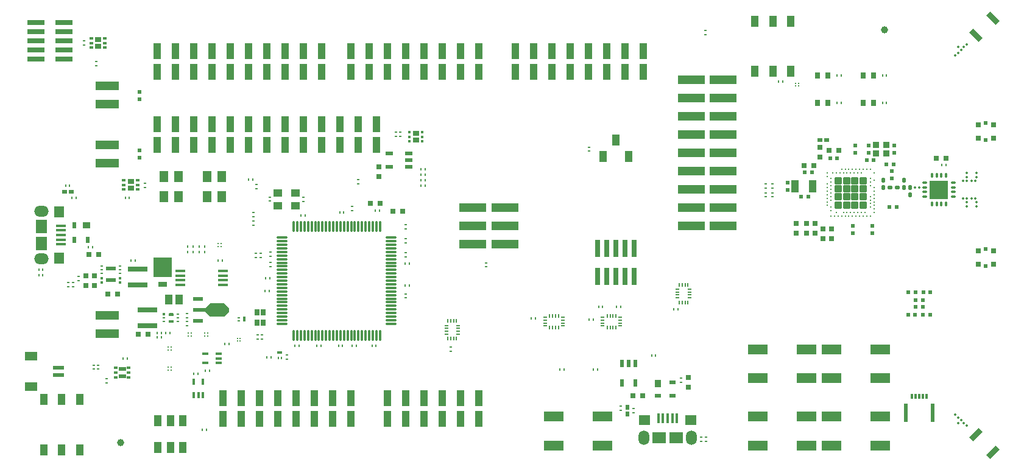
<source format=gtp>
G04*
G04 #@! TF.GenerationSoftware,Altium Limited,Altium Designer,21.3.2 (30)*
G04*
G04 Layer_Color=8421504*
%FSLAX24Y24*%
%MOIN*%
G70*
G04*
G04 #@! TF.SameCoordinates,DEC0B546-127E-4CDD-B314-4E0B8DF39A68*
G04*
G04*
G04 #@! TF.FilePolarity,Positive*
G04*
G01*
G75*
%ADD35O,0.0787X0.0591*%
G04:AMPARAMS|DCode=36|XSize=37mil|YSize=37mil|CornerRadius=2.8mil|HoleSize=0mil|Usage=FLASHONLY|Rotation=180.000|XOffset=0mil|YOffset=0mil|HoleType=Round|Shape=RoundedRectangle|*
%AMROUNDEDRECTD36*
21,1,0.0370,0.0315,0,0,180.0*
21,1,0.0315,0.0370,0,0,180.0*
1,1,0.0056,-0.0157,0.0157*
1,1,0.0056,0.0157,0.0157*
1,1,0.0056,0.0157,-0.0157*
1,1,0.0056,-0.0157,-0.0157*
%
%ADD36ROUNDEDRECTD36*%
%ADD37O,0.0591X0.0787*%
%ADD38R,0.0138X0.0098*%
%ADD39R,0.0138X0.0138*%
%ADD40R,0.0315X0.0118*%
%ADD41R,0.0197X0.0148*%
%ADD42R,0.0551X0.0197*%
%ADD43R,0.0138X0.0098*%
%ADD44R,0.0138X0.0118*%
G04:AMPARAMS|DCode=45|XSize=11.8mil|YSize=10.6mil|CornerRadius=2.7mil|HoleSize=0mil|Usage=FLASHONLY|Rotation=90.000|XOffset=0mil|YOffset=0mil|HoleType=Round|Shape=RoundedRectangle|*
%AMROUNDEDRECTD45*
21,1,0.0118,0.0053,0,0,90.0*
21,1,0.0065,0.0106,0,0,90.0*
1,1,0.0053,0.0027,0.0032*
1,1,0.0053,0.0027,-0.0032*
1,1,0.0053,-0.0027,-0.0032*
1,1,0.0053,-0.0027,0.0032*
%
%ADD45ROUNDEDRECTD45*%
%ADD46R,0.0197X0.0138*%
%ADD47R,0.0394X0.0236*%
%ADD48R,0.0394X0.0591*%
%ADD49R,0.0106X0.0118*%
%ADD50R,0.0138X0.0059*%
%ADD51R,0.0138X0.0098*%
%ADD52R,0.0433X0.0551*%
%ADD53R,0.0118X0.0106*%
%ADD54R,0.0157X0.0098*%
%ADD55C,0.0091*%
%ADD56R,0.0138X0.0059*%
%ADD57R,0.0108X0.0118*%
%ADD58R,0.0500X0.0300*%
%ADD59R,0.1000X0.1051*%
%ADD60R,0.0394X0.0630*%
%ADD61O,0.0551X0.0157*%
%ADD62O,0.0071X0.0240*%
%ADD63O,0.0240X0.0071*%
%ADD64R,0.1083X0.0551*%
%ADD65R,0.0217X0.0236*%
%ADD66R,0.1252X0.0500*%
%ADD67R,0.0236X0.1024*%
%ADD68R,0.0118X0.0315*%
%ADD69R,0.0256X0.0197*%
%ADD70R,0.0335X0.0236*%
%ADD71R,0.0335X0.0394*%
%ADD72R,0.0315X0.0295*%
%ADD73R,0.0472X0.0630*%
%ADD74R,0.1500X0.0500*%
%ADD75R,0.0402X0.0862*%
%ADD76O,0.0650X0.0118*%
%ADD77O,0.0118X0.0650*%
%ADD78R,0.0472X0.0433*%
%ADD79R,0.0236X0.0335*%
%ADD80R,0.0394X0.0335*%
%ADD81R,0.0531X0.0157*%
%ADD82R,0.0610X0.0748*%
%ADD83R,0.0551X0.0630*%
%ADD84R,0.0256X0.0335*%
%ADD85C,0.0394*%
%ADD86R,0.0299X0.0945*%
%ADD87R,0.0295X0.0315*%
%ADD88R,0.0709X0.0472*%
%ADD89R,0.0610X0.0236*%
%ADD90R,0.0157X0.0276*%
%ADD91R,0.0138X0.0354*%
%ADD92R,0.0394X0.0709*%
%ADD93C,0.0118*%
%ADD94R,0.0374X0.0335*%
%ADD95R,0.0236X0.0197*%
%ADD96R,0.1063X0.0315*%
%ADD97R,0.0551X0.0236*%
%ADD98R,0.0669X0.0236*%
%ADD99R,0.0098X0.0142*%
%ADD100R,0.0300X0.0320*%
%ADD101R,0.0177X0.0165*%
%ADD102R,0.0362X0.0280*%
%ADD103R,0.1043X0.1043*%
%ADD104O,0.0118X0.0315*%
%ADD105O,0.0315X0.0118*%
%ADD106R,0.0295X0.0315*%
%ADD107R,0.0197X0.0228*%
G04:AMPARAMS|DCode=108|XSize=72.8mil|YSize=31.5mil|CornerRadius=0mil|HoleSize=0mil|Usage=FLASHONLY|Rotation=135.000|XOffset=0mil|YOffset=0mil|HoleType=Round|Shape=Rectangle|*
%AMROTATEDRECTD108*
4,1,4,0.0369,-0.0146,0.0146,-0.0369,-0.0369,0.0146,-0.0146,0.0369,0.0369,-0.0146,0.0*
%
%ADD108ROTATEDRECTD108*%

G04:AMPARAMS|DCode=109|XSize=11.8mil|YSize=10.6mil|CornerRadius=2.7mil|HoleSize=0mil|Usage=FLASHONLY|Rotation=180.000|XOffset=0mil|YOffset=0mil|HoleType=Round|Shape=RoundedRectangle|*
%AMROUNDEDRECTD109*
21,1,0.0118,0.0053,0,0,180.0*
21,1,0.0065,0.0106,0,0,180.0*
1,1,0.0053,-0.0032,0.0027*
1,1,0.0053,0.0032,0.0027*
1,1,0.0053,0.0032,-0.0027*
1,1,0.0053,-0.0032,-0.0027*
%
%ADD109ROUNDEDRECTD109*%
G04:AMPARAMS|DCode=110|XSize=11.8mil|YSize=10.6mil|CornerRadius=2.7mil|HoleSize=0mil|Usage=FLASHONLY|Rotation=225.000|XOffset=0mil|YOffset=0mil|HoleType=Round|Shape=RoundedRectangle|*
%AMROUNDEDRECTD110*
21,1,0.0118,0.0053,0,0,225.0*
21,1,0.0065,0.0106,0,0,225.0*
1,1,0.0053,-0.0042,-0.0004*
1,1,0.0053,0.0004,0.0042*
1,1,0.0053,0.0042,0.0004*
1,1,0.0053,-0.0004,-0.0042*
%
%ADD110ROUNDEDRECTD110*%
G04:AMPARAMS|DCode=111|XSize=11.8mil|YSize=10.6mil|CornerRadius=2.7mil|HoleSize=0mil|Usage=FLASHONLY|Rotation=315.000|XOffset=0mil|YOffset=0mil|HoleType=Round|Shape=RoundedRectangle|*
%AMROUNDEDRECTD111*
21,1,0.0118,0.0053,0,0,315.0*
21,1,0.0065,0.0106,0,0,315.0*
1,1,0.0053,0.0004,-0.0042*
1,1,0.0053,-0.0042,0.0004*
1,1,0.0053,-0.0004,0.0042*
1,1,0.0053,0.0042,-0.0004*
%
%ADD111ROUNDEDRECTD111*%
G04:AMPARAMS|DCode=112|XSize=19.7mil|YSize=23.6mil|CornerRadius=4.9mil|HoleSize=0mil|Usage=FLASHONLY|Rotation=0.000|XOffset=0mil|YOffset=0mil|HoleType=Round|Shape=RoundedRectangle|*
%AMROUNDEDRECTD112*
21,1,0.0197,0.0138,0,0,0.0*
21,1,0.0098,0.0236,0,0,0.0*
1,1,0.0098,0.0049,-0.0069*
1,1,0.0098,-0.0049,-0.0069*
1,1,0.0098,-0.0049,0.0069*
1,1,0.0098,0.0049,0.0069*
%
%ADD112ROUNDEDRECTD112*%
G04:AMPARAMS|DCode=113|XSize=19.7mil|YSize=25.6mil|CornerRadius=4.9mil|HoleSize=0mil|Usage=FLASHONLY|Rotation=90.000|XOffset=0mil|YOffset=0mil|HoleType=Round|Shape=RoundedRectangle|*
%AMROUNDEDRECTD113*
21,1,0.0197,0.0157,0,0,90.0*
21,1,0.0098,0.0256,0,0,90.0*
1,1,0.0098,0.0079,0.0049*
1,1,0.0098,0.0079,-0.0049*
1,1,0.0098,-0.0079,-0.0049*
1,1,0.0098,-0.0079,0.0049*
%
%ADD113ROUNDEDRECTD113*%
G04:AMPARAMS|DCode=114|XSize=72.8mil|YSize=31.5mil|CornerRadius=0mil|HoleSize=0mil|Usage=FLASHONLY|Rotation=45.000|XOffset=0mil|YOffset=0mil|HoleType=Round|Shape=Rectangle|*
%AMROTATEDRECTD114*
4,1,4,-0.0146,-0.0369,-0.0369,-0.0146,0.0146,0.0369,0.0369,0.0146,-0.0146,-0.0369,0.0*
%
%ADD114ROTATEDRECTD114*%

G04:AMPARAMS|DCode=115|XSize=11.8mil|YSize=10.6mil|CornerRadius=0mil|HoleSize=0mil|Usage=FLASHONLY|Rotation=135.000|XOffset=0mil|YOffset=0mil|HoleType=Round|Shape=Rectangle|*
%AMROTATEDRECTD115*
4,1,4,0.0079,-0.0004,0.0004,-0.0079,-0.0079,0.0004,-0.0004,0.0079,0.0079,-0.0004,0.0*
%
%ADD115ROTATEDRECTD115*%

%ADD116R,0.0217X0.0165*%
%ADD117R,0.0197X0.0236*%
%ADD118R,0.0197X0.0256*%
%ADD119R,0.0630X0.0551*%
%ADD120R,0.0748X0.0610*%
%ADD121R,0.0157X0.0531*%
%ADD122R,0.0945X0.0299*%
%ADD123R,0.0276X0.0157*%
%ADD124R,0.0098X0.0157*%
%ADD125R,0.0236X0.0217*%
%ADD126R,0.0354X0.0138*%
%ADD127R,0.0236X0.0394*%
G36*
X11334Y8518D02*
Y8282D01*
X11078Y8026D01*
X10291D01*
X10035Y8282D01*
Y8518D01*
X10291Y8774D01*
X11078D01*
X11334Y8518D01*
D02*
G37*
D35*
X1065Y13799D02*
D03*
Y11201D02*
D03*
D36*
X46013Y15483D02*
D03*
X45564D02*
D03*
X45116D02*
D03*
X44667D02*
D03*
X46013Y15034D02*
D03*
X45564D02*
D03*
X45116D02*
D03*
X44667D02*
D03*
X46013Y14586D02*
D03*
X45564D02*
D03*
X45116D02*
D03*
X44667D02*
D03*
Y14137D02*
D03*
X45116D02*
D03*
X45564D02*
D03*
X46013D02*
D03*
D37*
X36626Y1400D02*
D03*
X34027D02*
D03*
D38*
X8544Y8157D02*
D03*
Y7960D02*
D03*
Y7763D02*
D03*
X7776D02*
D03*
Y7960D02*
D03*
D39*
Y8177D02*
D03*
D40*
X8160Y7783D02*
D03*
X8160Y8137D02*
D03*
D41*
X8160Y7758D02*
D03*
Y8162D02*
D03*
D42*
X4860Y10655D02*
D03*
Y10025D02*
D03*
D43*
X4360Y10399D02*
D03*
Y10596D02*
D03*
Y10793D02*
D03*
X5360D02*
D03*
Y10596D02*
D03*
Y10399D02*
D03*
D44*
X5360Y9887D02*
D03*
Y10143D02*
D03*
X4360D02*
D03*
Y9887D02*
D03*
D45*
X51951Y15458D02*
D03*
X52175D02*
D03*
X51951Y14502D02*
D03*
X52175D02*
D03*
X49085Y15108D02*
D03*
X48860D02*
D03*
X51707Y14502D02*
D03*
X51483D02*
D03*
X51707Y15458D02*
D03*
X51483D02*
D03*
D46*
X5126Y5226D02*
D03*
Y4970D02*
D03*
Y4714D02*
D03*
X5834Y5226D02*
D03*
Y4970D02*
D03*
Y4714D02*
D03*
D47*
X5480Y5177D02*
D03*
Y4763D02*
D03*
X20099Y16236D02*
D03*
Y16984D02*
D03*
X21161Y16236D02*
D03*
Y16610D02*
D03*
Y16984D02*
D03*
D48*
X40106Y21452D02*
D03*
X42074D02*
D03*
X41090D02*
D03*
Y24208D02*
D03*
X42074D02*
D03*
X40106D02*
D03*
X3160Y3488D02*
D03*
X1192D02*
D03*
X2176D02*
D03*
Y732D02*
D03*
X1192D02*
D03*
X3160D02*
D03*
D49*
X7878Y7120D02*
D03*
X8102D02*
D03*
X21838Y15500D02*
D03*
X22062D02*
D03*
X7612Y7120D02*
D03*
X7388D02*
D03*
X7398Y6900D02*
D03*
X7622D02*
D03*
X50559Y16330D02*
D03*
X50335D02*
D03*
X47086Y19727D02*
D03*
X47311D02*
D03*
X22062Y15800D02*
D03*
X21838D02*
D03*
X22062Y15200D02*
D03*
X21838D02*
D03*
X22062Y16100D02*
D03*
X21838D02*
D03*
X12388Y15520D02*
D03*
X12612D02*
D03*
X34672Y5890D02*
D03*
X34448D02*
D03*
X31772Y8560D02*
D03*
X31548D02*
D03*
X32528D02*
D03*
X32752D02*
D03*
X13398Y5810D02*
D03*
X13622D02*
D03*
X10092Y1820D02*
D03*
X9868D02*
D03*
X11312Y6540D02*
D03*
X11088D02*
D03*
X5762Y5730D02*
D03*
X5538D02*
D03*
X916Y10590D02*
D03*
X1141D02*
D03*
X31502Y5150D02*
D03*
X31278D02*
D03*
X44821Y19727D02*
D03*
X44596D02*
D03*
X29428Y5150D02*
D03*
X29652D02*
D03*
X47311Y21227D02*
D03*
X47086D02*
D03*
X44821D02*
D03*
X44596D02*
D03*
X5872Y14540D02*
D03*
X5648D02*
D03*
X20958Y10920D02*
D03*
X21182D02*
D03*
X18302Y6440D02*
D03*
X18078D02*
D03*
X17318D02*
D03*
X17542D02*
D03*
X41398Y20892D02*
D03*
X41622D02*
D03*
X10028Y5070D02*
D03*
X10252D02*
D03*
X9408Y4890D02*
D03*
X9632D02*
D03*
X10952Y11100D02*
D03*
X10728D02*
D03*
X5958D02*
D03*
X6182D02*
D03*
X2384Y15197D02*
D03*
X2608D02*
D03*
X916Y10310D02*
D03*
X1141D02*
D03*
X3634Y11840D02*
D03*
X3858D02*
D03*
X2962Y14520D02*
D03*
X2738D02*
D03*
X35902Y8430D02*
D03*
X35678D02*
D03*
X31262Y7860D02*
D03*
X31038D02*
D03*
X28102Y7950D02*
D03*
X27878D02*
D03*
X20958Y9740D02*
D03*
X21182D02*
D03*
X19548Y13830D02*
D03*
X19324D02*
D03*
X19148Y6430D02*
D03*
X19372D02*
D03*
X17608Y13750D02*
D03*
X17384D02*
D03*
X16352Y6450D02*
D03*
X16128D02*
D03*
X15488Y13580D02*
D03*
X15264D02*
D03*
X14944Y6440D02*
D03*
X15168D02*
D03*
X13304Y9420D02*
D03*
X13528D02*
D03*
X13568Y10150D02*
D03*
X13344D02*
D03*
D50*
X8544Y8157D02*
D03*
Y7960D02*
D03*
Y7763D02*
D03*
X7776D02*
D03*
Y7960D02*
D03*
D51*
Y8177D02*
D03*
D52*
X8605Y8970D02*
D03*
X8015D02*
D03*
D53*
X9012Y8203D02*
D03*
Y7978D02*
D03*
Y7530D02*
D03*
Y7754D02*
D03*
X4630Y4408D02*
D03*
X20460Y17908D02*
D03*
Y18132D02*
D03*
X12660Y13045D02*
D03*
Y13269D02*
D03*
X12660Y13732D02*
D03*
Y13507D02*
D03*
X20683Y18132D02*
D03*
Y17908D02*
D03*
X18400Y15535D02*
D03*
Y15311D02*
D03*
X40710Y15302D02*
D03*
Y15078D02*
D03*
X41070Y15078D02*
D03*
Y15302D02*
D03*
X40710Y14812D02*
D03*
Y14588D02*
D03*
X41070Y14812D02*
D03*
Y14588D02*
D03*
X14500Y5922D02*
D03*
Y5698D02*
D03*
X4630Y4632D02*
D03*
X12830Y15252D02*
D03*
Y15028D02*
D03*
X3939Y5382D02*
D03*
Y5158D02*
D03*
X4149D02*
D03*
Y5382D02*
D03*
X3090Y9998D02*
D03*
Y10222D02*
D03*
X2800Y9668D02*
D03*
Y9892D02*
D03*
X25400Y10758D02*
D03*
Y10982D02*
D03*
X21000Y12838D02*
D03*
Y13062D02*
D03*
X37173Y1433D02*
D03*
Y1209D02*
D03*
X6740Y15342D02*
D03*
Y15118D02*
D03*
X4050Y22002D02*
D03*
Y21778D02*
D03*
X37400Y23478D02*
D03*
Y23702D02*
D03*
X13076Y11502D02*
D03*
Y11278D02*
D03*
X3410Y22898D02*
D03*
Y23122D02*
D03*
X13133Y6818D02*
D03*
Y7042D02*
D03*
X12899Y6818D02*
D03*
Y7042D02*
D03*
X31020Y17312D02*
D03*
Y17088D02*
D03*
X2520Y9678D02*
D03*
Y9902D02*
D03*
X32765Y3137D02*
D03*
Y2913D02*
D03*
X37443Y1433D02*
D03*
Y1209D02*
D03*
X36076Y4428D02*
D03*
Y4653D02*
D03*
X33463Y2778D02*
D03*
Y3003D02*
D03*
X23460Y6372D02*
D03*
Y6148D02*
D03*
X21000Y12068D02*
D03*
Y12292D02*
D03*
Y11298D02*
D03*
Y11522D02*
D03*
Y9058D02*
D03*
Y9282D02*
D03*
X18056Y13828D02*
D03*
Y14052D02*
D03*
X15386Y14328D02*
D03*
Y14552D02*
D03*
X13566Y14582D02*
D03*
Y14358D02*
D03*
X13596Y11572D02*
D03*
Y11348D02*
D03*
X12796Y11502D02*
D03*
Y11278D02*
D03*
X13596Y10992D02*
D03*
Y10768D02*
D03*
D54*
X11872Y7979D02*
D03*
Y7801D02*
D03*
D55*
X9991Y7119D02*
D03*
X11779Y6845D02*
D03*
X11937D02*
D03*
X11779Y6687D02*
D03*
X11937D02*
D03*
X10741Y11871D02*
D03*
Y12029D02*
D03*
X10899Y11871D02*
D03*
Y12029D02*
D03*
X9101Y7119D02*
D03*
X9259D02*
D03*
X9101Y6961D02*
D03*
X9259D02*
D03*
X7991Y6369D02*
D03*
X8149D02*
D03*
X7991Y6211D02*
D03*
X8149D02*
D03*
X10149Y6961D02*
D03*
X9991D02*
D03*
X10149Y7119D02*
D03*
X7991Y5259D02*
D03*
X8149D02*
D03*
X7991Y5101D02*
D03*
X8149D02*
D03*
X42497Y20660D02*
D03*
X42340D02*
D03*
X42497Y20817D02*
D03*
X42340D02*
D03*
D56*
X5360Y10793D02*
D03*
Y10596D02*
D03*
Y10399D02*
D03*
X4360D02*
D03*
Y10596D02*
D03*
Y10793D02*
D03*
D57*
X5360Y10143D02*
D03*
Y9887D02*
D03*
X4360D02*
D03*
Y10143D02*
D03*
D58*
X7680Y9810D02*
D03*
D59*
Y10736D02*
D03*
D60*
X8809Y872D02*
D03*
X8120D02*
D03*
X7431D02*
D03*
Y2328D02*
D03*
X8120D02*
D03*
X8809D02*
D03*
X33189Y16797D02*
D03*
X31811D02*
D03*
X32500Y17703D02*
D03*
D61*
X10981Y9766D02*
D03*
Y10022D02*
D03*
Y10278D02*
D03*
Y10534D02*
D03*
X8659Y9766D02*
D03*
Y10022D02*
D03*
Y10278D02*
D03*
Y10534D02*
D03*
D62*
X28874Y7435D02*
D03*
X29031D02*
D03*
X29189D02*
D03*
X29346D02*
D03*
Y8085D02*
D03*
X29189D02*
D03*
X29031D02*
D03*
X28874D02*
D03*
X36436Y9782D02*
D03*
X36279D02*
D03*
X36121D02*
D03*
X35964D02*
D03*
Y8818D02*
D03*
X36121D02*
D03*
X36279D02*
D03*
X36436D02*
D03*
X32024Y8085D02*
D03*
X32181D02*
D03*
X32339D02*
D03*
X32496D02*
D03*
Y7435D02*
D03*
X32339D02*
D03*
X32181D02*
D03*
X32024D02*
D03*
X23776Y6828D02*
D03*
X23619D02*
D03*
X23461D02*
D03*
X23304D02*
D03*
Y7792D02*
D03*
X23461D02*
D03*
X23619D02*
D03*
X23776D02*
D03*
D63*
X29592Y7524D02*
D03*
Y7681D02*
D03*
Y7839D02*
D03*
Y7996D02*
D03*
X28628D02*
D03*
Y7839D02*
D03*
Y7681D02*
D03*
Y7524D02*
D03*
X36525Y9064D02*
D03*
Y9221D02*
D03*
Y9379D02*
D03*
Y9536D02*
D03*
X35875D02*
D03*
Y9379D02*
D03*
Y9221D02*
D03*
Y9064D02*
D03*
X31778Y7524D02*
D03*
Y7681D02*
D03*
Y7839D02*
D03*
Y7996D02*
D03*
X32742D02*
D03*
Y7839D02*
D03*
Y7681D02*
D03*
Y7524D02*
D03*
X23215Y7074D02*
D03*
Y7231D02*
D03*
Y7389D02*
D03*
Y7546D02*
D03*
X23865D02*
D03*
Y7389D02*
D03*
Y7231D02*
D03*
Y7074D02*
D03*
D64*
X29101Y2560D02*
D03*
Y985D02*
D03*
X31759Y2560D02*
D03*
Y985D02*
D03*
X40267Y6232D02*
D03*
Y4657D02*
D03*
X42924Y6232D02*
D03*
Y4657D02*
D03*
X44307Y6232D02*
D03*
Y4657D02*
D03*
X46964Y6232D02*
D03*
Y4657D02*
D03*
X42924Y985D02*
D03*
Y2560D02*
D03*
X40267Y985D02*
D03*
Y2560D02*
D03*
X46964Y985D02*
D03*
Y2560D02*
D03*
X44307Y985D02*
D03*
Y2560D02*
D03*
D65*
X48900Y8947D02*
D03*
Y8553D02*
D03*
X6430Y20327D02*
D03*
Y19933D02*
D03*
X49290Y8553D02*
D03*
Y8947D02*
D03*
X6430Y16742D02*
D03*
Y17136D02*
D03*
D66*
X4650Y17429D02*
D03*
Y16429D02*
D03*
Y8090D02*
D03*
Y7090D02*
D03*
Y20657D02*
D03*
Y19657D02*
D03*
D67*
X49842Y2767D02*
D03*
X48346D02*
D03*
D68*
X49290Y3673D02*
D03*
X49094D02*
D03*
X48897D02*
D03*
X48700D02*
D03*
X49487D02*
D03*
D69*
X2686Y14856D02*
D03*
X2312D02*
D03*
X43667Y17714D02*
D03*
X44041D02*
D03*
D70*
X35611Y4445D02*
D03*
Y3697D02*
D03*
X34804D02*
D03*
D71*
Y4366D02*
D03*
D72*
X36466Y4706D02*
D03*
Y4175D02*
D03*
X43381Y12595D02*
D03*
Y13127D02*
D03*
X43667Y16769D02*
D03*
Y17300D02*
D03*
X44307Y12841D02*
D03*
Y12310D02*
D03*
X43844Y12841D02*
D03*
Y12310D02*
D03*
X42919Y13127D02*
D03*
Y12595D02*
D03*
X42367Y13127D02*
D03*
Y12595D02*
D03*
X19530Y16226D02*
D03*
Y15694D02*
D03*
X3970Y9724D02*
D03*
Y10256D02*
D03*
X3500Y9724D02*
D03*
Y10256D02*
D03*
D73*
X7775Y15711D02*
D03*
X8563Y14609D02*
D03*
X7775D02*
D03*
X10137D02*
D03*
X10925D02*
D03*
X8563Y15711D02*
D03*
X10137D02*
D03*
X10925D02*
D03*
D74*
X38375Y14000D02*
D03*
X36625D02*
D03*
X38375Y18000D02*
D03*
Y19000D02*
D03*
X36625D02*
D03*
X38375Y20000D02*
D03*
X36625D02*
D03*
X38375Y21000D02*
D03*
X36625D02*
D03*
X38375Y15000D02*
D03*
X36625Y13000D02*
D03*
X38375D02*
D03*
X26425Y12000D02*
D03*
X24675D02*
D03*
X26425Y13000D02*
D03*
X24675D02*
D03*
X26425Y14000D02*
D03*
X24675D02*
D03*
X36625Y18000D02*
D03*
Y17000D02*
D03*
X38375D02*
D03*
X36625Y16000D02*
D03*
X38375D02*
D03*
X36625Y15000D02*
D03*
D75*
X31000Y21423D02*
D03*
Y22577D02*
D03*
X27000Y21423D02*
D03*
X30000D02*
D03*
X29000Y21423D02*
D03*
X34000Y21423D02*
D03*
X33000D02*
D03*
X27000Y22577D02*
D03*
X30000D02*
D03*
X29000D02*
D03*
X34000D02*
D03*
X33000D02*
D03*
X28000Y21423D02*
D03*
X32000D02*
D03*
X28000Y22577D02*
D03*
X32000D02*
D03*
X7400Y21423D02*
D03*
X13400D02*
D03*
X7400Y22577D02*
D03*
X13400D02*
D03*
X8400Y21423D02*
D03*
X9400Y21423D02*
D03*
X11400D02*
D03*
X12400D02*
D03*
X15400D02*
D03*
X16400D02*
D03*
X8400Y22577D02*
D03*
X9400D02*
D03*
X11400D02*
D03*
X12400D02*
D03*
X15400D02*
D03*
X16400D02*
D03*
X10400Y21423D02*
D03*
X14400Y21423D02*
D03*
X10400Y22577D02*
D03*
X14400D02*
D03*
X14000Y3577D02*
D03*
Y2423D02*
D03*
X18000Y3577D02*
D03*
X15000D02*
D03*
X16000Y3577D02*
D03*
X11000Y3577D02*
D03*
X12000D02*
D03*
X18000Y2423D02*
D03*
X15000D02*
D03*
X16000D02*
D03*
X11000D02*
D03*
X12000D02*
D03*
X17000Y3577D02*
D03*
X13000D02*
D03*
X17000Y2423D02*
D03*
X13000D02*
D03*
X23000Y3577D02*
D03*
X23000Y2423D02*
D03*
X25000Y3577D02*
D03*
X24000D02*
D03*
X21000D02*
D03*
X20000D02*
D03*
X25000Y2423D02*
D03*
X24000D02*
D03*
X21000D02*
D03*
X20000D02*
D03*
X22000Y3577D02*
D03*
Y2423D02*
D03*
X15400Y18577D02*
D03*
Y17423D02*
D03*
X16400Y18577D02*
D03*
Y17423D02*
D03*
X7400D02*
D03*
Y18577D02*
D03*
X11400D02*
D03*
Y17423D02*
D03*
X12400Y18577D02*
D03*
Y17423D02*
D03*
X10400Y18577D02*
D03*
Y17423D02*
D03*
X9400Y18577D02*
D03*
Y17423D02*
D03*
X8400D02*
D03*
Y18577D02*
D03*
X14400Y17423D02*
D03*
Y18577D02*
D03*
X13400Y17423D02*
D03*
Y18577D02*
D03*
X17400Y17423D02*
D03*
Y18577D02*
D03*
X18400Y17423D02*
D03*
Y18577D02*
D03*
X19400Y17423D02*
D03*
Y18577D02*
D03*
X23000Y22577D02*
D03*
X19000D02*
D03*
X23000Y21423D02*
D03*
X19000D02*
D03*
X24000Y22577D02*
D03*
X25000D02*
D03*
X20000D02*
D03*
X21000D02*
D03*
X18000D02*
D03*
X24000Y21423D02*
D03*
X25000D02*
D03*
X20000Y21423D02*
D03*
X21000Y21423D02*
D03*
X18000D02*
D03*
X22000Y22577D02*
D03*
Y21423D02*
D03*
D76*
X14244Y7638D02*
D03*
Y7835D02*
D03*
Y8031D02*
D03*
Y8228D02*
D03*
Y8425D02*
D03*
Y8622D02*
D03*
Y8819D02*
D03*
Y9016D02*
D03*
Y9213D02*
D03*
Y9409D02*
D03*
Y9606D02*
D03*
Y9803D02*
D03*
Y10000D02*
D03*
Y10197D02*
D03*
Y10394D02*
D03*
Y10591D02*
D03*
Y10787D02*
D03*
Y10984D02*
D03*
Y11181D02*
D03*
Y11378D02*
D03*
Y11575D02*
D03*
Y11772D02*
D03*
Y11968D02*
D03*
Y12165D02*
D03*
Y12362D02*
D03*
X20208D02*
D03*
Y12165D02*
D03*
Y11968D02*
D03*
Y11772D02*
D03*
Y11575D02*
D03*
Y11378D02*
D03*
Y11181D02*
D03*
Y10984D02*
D03*
Y10787D02*
D03*
Y10591D02*
D03*
Y10394D02*
D03*
Y10197D02*
D03*
Y10000D02*
D03*
Y9803D02*
D03*
Y9606D02*
D03*
Y9409D02*
D03*
Y9213D02*
D03*
Y9016D02*
D03*
Y8819D02*
D03*
Y8622D02*
D03*
Y8425D02*
D03*
Y8228D02*
D03*
Y8031D02*
D03*
Y7835D02*
D03*
Y7638D02*
D03*
D77*
X14864Y12982D02*
D03*
X15061D02*
D03*
X15258D02*
D03*
X15454D02*
D03*
X15651D02*
D03*
X15848D02*
D03*
X16045D02*
D03*
X16242D02*
D03*
X16439D02*
D03*
X16636D02*
D03*
X16832D02*
D03*
X17029D02*
D03*
X17226D02*
D03*
X17423D02*
D03*
X17620D02*
D03*
X17817D02*
D03*
X18013D02*
D03*
X18210D02*
D03*
X18407D02*
D03*
X18604D02*
D03*
X18801D02*
D03*
X18998D02*
D03*
X19195D02*
D03*
X19391D02*
D03*
X19588D02*
D03*
Y7018D02*
D03*
X19391D02*
D03*
X19195D02*
D03*
X18998D02*
D03*
X18801D02*
D03*
X18604D02*
D03*
X18407D02*
D03*
X18210D02*
D03*
X18013D02*
D03*
X17817D02*
D03*
X17620D02*
D03*
X17423D02*
D03*
X17226D02*
D03*
X17029D02*
D03*
X16832D02*
D03*
X16636D02*
D03*
X16439D02*
D03*
X16242D02*
D03*
X16045D02*
D03*
X15848D02*
D03*
X15651D02*
D03*
X15454D02*
D03*
X15258D02*
D03*
X15061D02*
D03*
X14864D02*
D03*
D78*
X14006Y14811D02*
D03*
Y14109D02*
D03*
X14946Y14811D02*
D03*
Y14109D02*
D03*
D79*
X3600Y12226D02*
D03*
X2852Y13034D02*
D03*
Y12226D02*
D03*
D80*
X3521Y13034D02*
D03*
D81*
X2118Y13012D02*
D03*
Y12244D02*
D03*
Y11988D02*
D03*
Y12756D02*
D03*
Y12500D02*
D03*
D82*
X1065Y12972D02*
D03*
Y12028D02*
D03*
D83*
X2030Y11240D02*
D03*
Y13760D02*
D03*
D84*
X13183Y8275D02*
D03*
Y7705D02*
D03*
X12849D02*
D03*
Y8275D02*
D03*
D85*
X47205Y23750D02*
D03*
X5411Y1120D02*
D03*
D86*
X33500Y10232D02*
D03*
X33000D02*
D03*
X32500D02*
D03*
X32000D02*
D03*
X31500D02*
D03*
X33500Y11768D02*
D03*
X33000D02*
D03*
X32500D02*
D03*
X32000D02*
D03*
X31500D02*
D03*
D87*
X4192Y11440D02*
D03*
X3660D02*
D03*
X50027Y16704D02*
D03*
X50558D02*
D03*
X6354Y7070D02*
D03*
X6886D02*
D03*
X33434Y3700D02*
D03*
X33966D02*
D03*
X42791Y16317D02*
D03*
X43322D02*
D03*
X44149Y17119D02*
D03*
X44681D02*
D03*
X19592Y14230D02*
D03*
X19060D02*
D03*
X20284Y13810D02*
D03*
X20816D02*
D03*
X5226Y9280D02*
D03*
X4694D02*
D03*
D88*
X484Y4203D02*
D03*
Y5857D02*
D03*
D89*
X2010Y4833D02*
D03*
Y5227D02*
D03*
D90*
X12148Y7890D02*
D03*
D91*
X9394Y3726D02*
D03*
X9650D02*
D03*
X9906D02*
D03*
Y4474D02*
D03*
X9394D02*
D03*
D92*
X42292Y15167D02*
D03*
X43276D02*
D03*
D93*
X46226Y16090D02*
D03*
X44848D02*
D03*
X45045D02*
D03*
X45242D02*
D03*
X45438D02*
D03*
X45635D02*
D03*
X45832D02*
D03*
X46029D02*
D03*
X46423D02*
D03*
X44060Y15893D02*
D03*
X44356D02*
D03*
X44553D02*
D03*
X44749D02*
D03*
X44946D02*
D03*
X45143D02*
D03*
X45340D02*
D03*
X45537D02*
D03*
X45734D02*
D03*
X45931D02*
D03*
X46620D02*
D03*
X46423Y15597D02*
D03*
X44060Y15696D02*
D03*
X44257Y15597D02*
D03*
X46620Y15499D02*
D03*
X44257Y15401D02*
D03*
X46423D02*
D03*
X44060Y15302D02*
D03*
X44257Y15204D02*
D03*
X46423D02*
D03*
X44060Y15105D02*
D03*
X46620D02*
D03*
X44257Y15007D02*
D03*
X44060Y14908D02*
D03*
X46620D02*
D03*
X44257Y14810D02*
D03*
X44060Y14712D02*
D03*
X46620D02*
D03*
X44257Y14613D02*
D03*
X46423D02*
D03*
X44060Y14515D02*
D03*
X46620D02*
D03*
X44257Y14416D02*
D03*
X46423D02*
D03*
X44060Y14318D02*
D03*
X46620D02*
D03*
X46423Y14219D02*
D03*
X44060Y14121D02*
D03*
X46620D02*
D03*
X44257Y14023D02*
D03*
X46423D02*
D03*
X46620Y13924D02*
D03*
X44257Y13826D02*
D03*
X44553Y13727D02*
D03*
X44946D02*
D03*
X45143D02*
D03*
X45340D02*
D03*
X45537D02*
D03*
X45734D02*
D03*
X45931D02*
D03*
X46127D02*
D03*
X46620D02*
D03*
X44257Y13530D02*
D03*
X44454D02*
D03*
X44651D02*
D03*
X44848D02*
D03*
X45045D02*
D03*
X45242D02*
D03*
X45438D02*
D03*
X45635D02*
D03*
X45832D02*
D03*
X46029D02*
D03*
X46226D02*
D03*
X46423D02*
D03*
D94*
X47303Y16983D02*
D03*
Y17436D02*
D03*
X46732D02*
D03*
Y16983D02*
D03*
D95*
X42844Y15927D02*
D03*
X43238D02*
D03*
X44213Y16710D02*
D03*
X44607D02*
D03*
X47466Y14023D02*
D03*
X47860D02*
D03*
X46216Y16601D02*
D03*
X46610D02*
D03*
X42637Y14587D02*
D03*
X43031D02*
D03*
X48877Y8137D02*
D03*
X48483D02*
D03*
X49697D02*
D03*
X49303D02*
D03*
X47308Y16355D02*
D03*
X47702D02*
D03*
D96*
X6850Y7547D02*
D03*
Y8413D02*
D03*
X6340Y9777D02*
D03*
Y10643D02*
D03*
D97*
X9641Y7809D02*
D03*
Y8991D02*
D03*
D98*
X9700Y8400D02*
D03*
D99*
X10010Y11553D02*
D03*
Y11884D02*
D03*
X9370D02*
D03*
Y11553D02*
D03*
X9050Y11884D02*
D03*
Y11553D02*
D03*
X9690Y11884D02*
D03*
Y11553D02*
D03*
D100*
X46583Y19727D02*
D03*
X46033D02*
D03*
X44083Y21227D02*
D03*
X43533D02*
D03*
X46583D02*
D03*
X46033D02*
D03*
X44083Y19727D02*
D03*
X43533D02*
D03*
D101*
X21197Y17624D02*
D03*
Y17880D02*
D03*
Y18136D02*
D03*
X21910Y17624D02*
D03*
Y17880D02*
D03*
Y18136D02*
D03*
D102*
X21553Y17693D02*
D03*
Y18067D02*
D03*
X5950Y15437D02*
D03*
Y15063D02*
D03*
X4160Y22823D02*
D03*
Y23197D02*
D03*
D103*
X50177Y14980D02*
D03*
D104*
X50561Y14203D02*
D03*
X50305D02*
D03*
X50049D02*
D03*
X49793D02*
D03*
Y15758D02*
D03*
X50049D02*
D03*
X50305D02*
D03*
X50561D02*
D03*
D105*
X49400Y14596D02*
D03*
Y14852D02*
D03*
Y15108D02*
D03*
Y15364D02*
D03*
X50955D02*
D03*
Y15108D02*
D03*
Y14852D02*
D03*
Y14596D02*
D03*
D106*
X53148Y17795D02*
D03*
X52341D02*
D03*
Y18543D02*
D03*
X53148D02*
D03*
X52341Y11644D02*
D03*
X53148D02*
D03*
Y10896D02*
D03*
X52341D02*
D03*
D107*
X52744Y17713D02*
D03*
Y18626D02*
D03*
Y11726D02*
D03*
Y10813D02*
D03*
D108*
X52188Y23436D02*
D03*
X53135Y24383D02*
D03*
D109*
X52244Y14067D02*
D03*
Y14291D02*
D03*
X51703Y14067D02*
D03*
Y14291D02*
D03*
Y15891D02*
D03*
Y15667D02*
D03*
X52244D02*
D03*
Y15891D02*
D03*
D110*
X51237Y2515D02*
D03*
X51078Y2673D02*
D03*
X51699Y2053D02*
D03*
X51541Y2211D02*
D03*
X51230Y22796D02*
D03*
X51388Y22637D02*
D03*
D111*
X51230Y2204D02*
D03*
X51388Y2363D02*
D03*
X51541Y22789D02*
D03*
X51237Y22485D02*
D03*
X51078Y22327D02*
D03*
D112*
X48593Y15108D02*
D03*
Y14715D02*
D03*
X48256Y15113D02*
D03*
Y15507D02*
D03*
X47132Y15115D02*
D03*
Y15509D02*
D03*
D113*
X47505Y15112D02*
D03*
X47879Y15112D02*
D03*
D114*
X53135Y617D02*
D03*
X52188Y1564D02*
D03*
D115*
X51699Y22947D02*
D03*
D116*
X5578Y15506D02*
D03*
Y15250D02*
D03*
Y14994D02*
D03*
X6322D02*
D03*
Y15250D02*
D03*
Y15506D02*
D03*
X4532Y22754D02*
D03*
Y23010D02*
D03*
Y23266D02*
D03*
X3788D02*
D03*
Y23010D02*
D03*
Y22754D02*
D03*
D117*
X47718Y17407D02*
D03*
Y17013D02*
D03*
X46318Y17013D02*
D03*
Y17407D02*
D03*
X45468Y12989D02*
D03*
Y12595D02*
D03*
X46531Y12989D02*
D03*
Y12595D02*
D03*
X45606Y17015D02*
D03*
Y17408D02*
D03*
X41884Y15374D02*
D03*
Y14980D02*
D03*
X47606Y16007D02*
D03*
Y15613D02*
D03*
D118*
X33113Y3077D02*
D03*
Y2703D02*
D03*
D119*
X34067Y2365D02*
D03*
X36586D02*
D03*
D120*
X35799Y1400D02*
D03*
X34854D02*
D03*
D121*
X35838Y2454D02*
D03*
X35582D02*
D03*
X34815D02*
D03*
X35071D02*
D03*
X35326D02*
D03*
D122*
X2298Y24140D02*
D03*
Y23640D02*
D03*
Y23140D02*
D03*
Y22640D02*
D03*
Y22140D02*
D03*
X762Y24140D02*
D03*
Y23640D02*
D03*
Y23140D02*
D03*
Y22640D02*
D03*
Y22140D02*
D03*
D123*
X14110Y6058D02*
D03*
D124*
X14021Y5782D02*
D03*
X14199D02*
D03*
D125*
X48492Y9370D02*
D03*
X48885D02*
D03*
X49705D02*
D03*
X49312D02*
D03*
D126*
X10026Y5494D02*
D03*
Y6006D02*
D03*
X10774D02*
D03*
Y5750D02*
D03*
Y5494D02*
D03*
D127*
X33564Y5472D02*
D03*
X33190D02*
D03*
X32816D02*
D03*
Y4408D02*
D03*
X33564D02*
D03*
M02*

</source>
